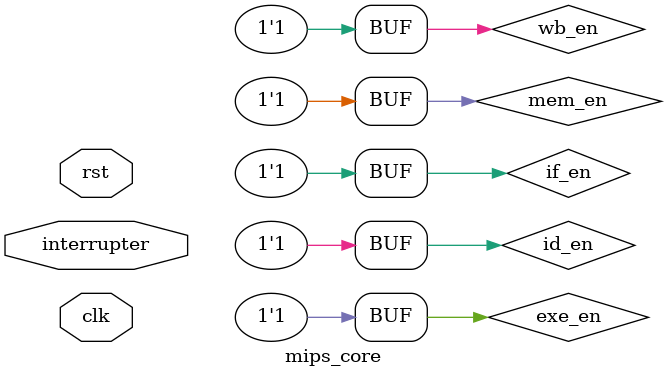
<source format=v>
`include "define.vh"


/**
 * MIPS 5-stage pipeline CPU Core
 */
module mips_core (
	// debug
	`ifdef DEBUG
	input wire debug_en,  // debug enable
	input wire debug_step,  // debug step clock
	input wire [6:0] debug_addr,  // debug address
	output wire [31:0] debug_data,  // debug data
	`endif
	input wire clk,  // main clock
	input wire rst,  // synchronous reset
	input wire interrupter  // interrupt source, for future use
	);
	
	`include "mips_define.vh"
	
	wire [4:0] regw_addr, regw_addr_exe;
    wire [31:0] inst_addr_next, inst_addr_next_id, inst_addr_next_exe;
    wire [31:0] data_rs, data_rt, data_imm;
    wire [2:0] pc_src;  // how would PC change to next
    wire [1:0] exe_a_src;  // data source of operand A for ALU
    wire [1:0] exe_b_src;  // data source of operand B for ALU
    wire [3:0] exe_alu_oper;  // ALU operation type
    wire mem_ren, mem_ren_exe;  // memory read enable signal
    wire mem_wen, mem_wen_exe;  // memory write enable signal
    wire wb_data_src;  // data source of data being written back to registers
    wire wb_wen;  // register write enable signal
    wire pc_src_exe;
    wire [31:0] alu_out_exe;
    wire [31:0] inst_addr, inst_addr_id, inst_addr_exe, inst_addr_mem;
    wire [31:0] inst_data, inst_data_id, inst_data_exe, inst_data_mem;
    wire [31:0] data_rs_exe, data_rt_exe;
    wire wb_data_src_exe, wb_wen_exe;
    wire rs_rt_equal_exe;
    wire is_branch_mem;
    wire [31:0] branch_target_mem;
    wire wb_wen_mem, wb_wen_wb;
    wire [31:0] regw_addr_wb, regw_data_wb;
    wire [31:0] alu_out_mem;
    wire wb_data_src_mem;
    wire [4:0] regw_addr_mem;

	// debugger
	`ifdef DEBUG
	wire [31:0] debug_data_reg;
	reg [31:0] debug_data_signal;
	wire inst_ren; // instruction read enable signal
	wire [4:0] addr_rs, addr_rt, addr_rd;
	wire [31:0] opa_exe, opb_exe;
	wire [31:0] mem_addr_out, mem_data_write, mem_data_read;
	
	always @(posedge clk) begin
		case (debug_addr[4:0])
			0: debug_data_signal <= inst_addr;
			1: debug_data_signal <= inst_data;
			2: debug_data_signal <= inst_addr_id;
			3: debug_data_signal <= inst_data_id;
			4: debug_data_signal <= inst_addr_exe;
			5: debug_data_signal <= inst_data_exe;
			6: debug_data_signal <= inst_addr_mem;
			7: debug_data_signal <= inst_data_mem;
			8: debug_data_signal <= {27'b0, addr_rs};
			9: debug_data_signal <= data_rs;
			10: debug_data_signal <= {27'b0, addr_rt};
			11: debug_data_signal <= data_rt;
			12: debug_data_signal <= data_imm;
			13: debug_data_signal <= opa_exe;
			14: debug_data_signal <= opb_exe;
			15: debug_data_signal <= alu_out_exe;
			16: debug_data_signal <= 0;
			17: debug_data_signal <= 0;
			18: debug_data_signal <= {19'b0, inst_ren, 7'b0, mem_ren, 3'b0, mem_wen};
			19: debug_data_signal <= mem_addr_out;
			20: debug_data_signal <= mem_data_read; // data read from memory
			21: debug_data_signal <= mem_data_write;
			22: debug_data_signal <= {27'b0, regw_addr_wb};
			23: debug_data_signal <= regw_data_wb;
			default: debug_data_signal <= 32'hFFFF_FFFF;
		endcase
	end
	
	assign debug_data = debug_addr[5] ? debug_data_signal : debug_data_reg;
	
	reg debug_step_prev;
	
	always @(posedge clk) begin
		debug_step_prev <= debug_step;
	end
	`endif
	
	// pipeline
	reg if_rst, id_rst, exe_rst, mem_rst, wb_rst;  // stage reset signal
	reg if_en, id_en, exe_en, mem_en, wb_en;  // stage enable signal
	wire if_valid, id_valid, exe_valid, mem_valid, wb_valid;  // stage valid flag
	
	always @(*) begin
		if_rst = 0;
		if_en = 1;
		id_rst = 0;
		id_en = 1;
		exe_rst = 0;
		exe_en = 1;
		mem_rst = 0;
		mem_en = 1;
		wb_rst = 0;
		wb_en = 1;
		if (rst) begin
			if_rst = 1;
			id_rst = 1;
			exe_rst = 1;
			mem_rst = 1;
			wb_rst = 1;
		end
		`ifdef DEBUG
		// suspend and step execution
		else if ((debug_en) && ~(~debug_step_prev && debug_step)) begin
			if_en = 0;
			id_en = 0;
			exe_en = 0;
			mem_en = 0;
			wb_en = 0;
		end
		`endif
		// this stall indicate that ID is waiting for previous instruction, should insert NOPs between ID and EXE.
//		else if (reg_stall) begin
//			if_en = 0;
//			id_en = 0;
//			exe_rst = 1;
//		end
//		// this stall indicate that a jump/branch instruction is running, so that 3 NOP should be inserted between IF and ID
//		else if (branch_stall) begin
//			id_rst = 1;
//		end
	end
	
	IF IF_STAGE (
	   .clk(clk),
	   .rst(if_rst),
	   .en(if_en),
	   .is_branch_mem(is_branch_mem),
	   .branch_target_mem(branch_target_mem),
	   `ifdef DEBUG
	   .inst_ren(inst_ren),
	   `endif
	   .pc(inst_addr),
	   .valid(if_valid),
	   .inst_addr_next(inst_addr_next),
	   .inst_data(inst_data)
	   );
	   
    ID ID_STAGE (
        .clk(clk),
        .rst(id_rst),
        .en(id_en),
        .if_valid(if_valid),
        .inst_data(inst_data),
        .inst_addr_next(inst_addr_next),
        .wb_wen_wb(wb_wen_wb),
        .regw_addr_wb(regw_addr_wb),
        .regw_data_wb(regw_data_wb),
        .inst_addr(inst_addr),
        .inst_addr_out(inst_addr_id),
        .inst_data_out(inst_data_id),
        `ifdef DEBUG
        .debug_addr(debug_addr),
        .debug_data_reg(debug_data_reg),
        .addr_rs_out(addr_rs),
        .addr_rt_out(addr_rt),
        .addr_rd_out(addr_rd),
        `endif
        .regw_addr(regw_addr),
        .inst_addr_next_out(inst_addr_next_id),
        .data_rs(data_rs),
        .data_rt(data_rt),
        .data_imm(data_imm),
        .pc_src(pc_src),  // how would PC change to next
        .exe_a_src(exe_a_src),  // data source of operand A for ALU
        .exe_b_src(exe_b_src),  // data source of operand B for ALU
        .exe_alu_oper(exe_alu_oper),  // ALU operation type
        .mem_ren(mem_ren),  // memory read enable signal
        .mem_wen(mem_wen),  // memory write enable signal
        .wb_data_src(wb_data_src),  // data source of data being written back to registers
        .wb_wen(wb_wen),  // register write enable signal
        .valid(id_valid)  // working flag
    );

    EXE EXE_STAGE (
        .clk(clk),
        .en(exe_en),
        .rst(exe_rst),
        .id_valid(id_valid),
        .inst_addr_next(inst_addr_next_id),
        .regw_addr_id(regw_addr),
        .data_rs(data_rs),
        .data_rt(data_rt),
        .data_imm(data_imm),
        .pc_src(pc_src),
        .exe_a_src(exe_a_src),
        .exe_b_src(exe_b_src),
        .exe_alu_oper(exe_alu_oper),
        .mem_ren(mem_ren),
        .mem_wen(mem_wen),
        .wb_data_src(wb_data_src),
        .wb_wen(wb_wen),
        .inst_data(inst_data_id),
        .inst_addr(inst_addr_id),
        .inst_addr_out(inst_addr_exe),
        .inst_data_out(inst_data_exe),
        `ifdef DEBUG
        .opa_out(opa_exe),
        .opb_out(opb_exe),
        `endif
        .inst_addr_next_out(inst_addr_next_exe),
        .regw_addr_exe(regw_addr_exe),
        .alu_out(alu_out_exe),
        .pc_src_exe(pc_src_exe),
        .data_rs_exe(data_rs_exe),
        .data_rt_exe(data_rt_exe),
        .mem_ren_exe(mem_ren_exe),
        .mem_wen_exe(mem_wen_exe),
        .wb_data_src_exe(wb_data_src_exe),
        .wb_wen_exe(wb_wen_exe),
        .rs_rt_equal_exe(rs_rt_equal_exe),
        .valid(exe_valid)
    );
    
    MEM MEM_STAGE (
        .clk(clk),
        .en(mem_en),
        .rst(mem_rst),
        .exe_valid(exe_valid),
        .pc_src(pc_src_exe),
        .inst_addr(inst_addr_exe),
        .inst_data(inst_data_exe),
        .inst_addr_next(inst_addr_next_exe),
        .regw_addr(regw_addr_exe),
        .data_rs(data_rs_exe),
        .data_rt(data_rt_exe),
        .alu_out(alu_out_exe),
        .mem_ren(mem_ren_exe),
        .mem_wen(mem_wen_exe),
        .wb_data_src(wb_data_src_exe),
        .wb_wen(wb_wen_exe),
        .rs_rt_equal(rs_rt_equal_exe),
        `ifdef DEBUG
        .mem_data_write_out(mem_data_write),
        .mem_addr_out(mem_addr_out),
        `endif
        .is_branch_mem(is_branch_mem),
        .branch_target_mem(branch_target_mem),
        .mem_data_read_out(mem_data_read),
        .wb_wen_mem(wb_wen_mem),
        .alu_out_mem(alu_out_mem),
        .wb_data_src_mem(wb_data_src_mem),
        .regw_addr_mem(regw_addr_mem),
        .valid(mem_valid)
    );
    
    WB WB_STAGE(
        .clk(clk),
        .rst(wb_rst),
        .en(wb_en),
        .mem_valid(mem_valid),
        .wb_wen_mem(wb_wen_mem),
        .mem_data_read(mem_data_read),
        .alu_out_mem(alu_out_mem),
        .wb_data_src_mem(wb_data_src_mem),
        .regw_addr_mem(regw_addr_mem),
        .wb_wen_wb(wb_wen_wb),
        .regw_addr_wb(regw_addr_wb),
        .regw_data_wb(regw_data_wb),
        .valid(wb_valid)
    );
	
endmodule

</source>
